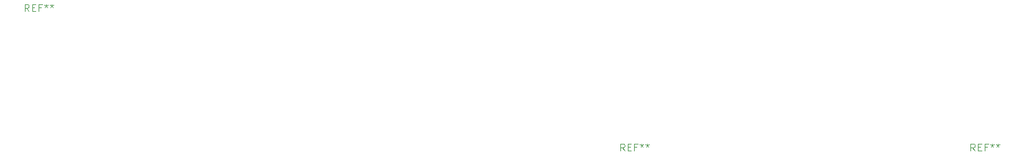
<source format=gto>
G04 #@! TF.GenerationSoftware,KiCad,Pcbnew,7.0.7-7.0.7~ubuntu23.04.1*
G04 #@! TF.CreationDate,2023-09-11T02:28:10+00:00*
G04 #@! TF.ProjectId,plate,706c6174-652e-46b6-9963-61645f706362,rev?*
G04 #@! TF.SameCoordinates,Original*
G04 #@! TF.FileFunction,Legend,Top*
G04 #@! TF.FilePolarity,Positive*
%FSLAX46Y46*%
G04 Gerber Fmt 4.6, Leading zero omitted, Abs format (unit mm)*
G04 Created by KiCad (PCBNEW 7.0.7-7.0.7~ubuntu23.04.1) date 2023-09-11 02:28:10*
%MOMM*%
%LPD*%
G01*
G04 APERTURE LIST*
%ADD10C,0.100000*%
%ADD11C,2.200000*%
G04 APERTURE END LIST*
D10*
X39461406Y-101180069D02*
X39128073Y-100703878D01*
X38889978Y-101180069D02*
X38889978Y-100180069D01*
X38889978Y-100180069D02*
X39270930Y-100180069D01*
X39270930Y-100180069D02*
X39366168Y-100227688D01*
X39366168Y-100227688D02*
X39413787Y-100275307D01*
X39413787Y-100275307D02*
X39461406Y-100370545D01*
X39461406Y-100370545D02*
X39461406Y-100513402D01*
X39461406Y-100513402D02*
X39413787Y-100608640D01*
X39413787Y-100608640D02*
X39366168Y-100656259D01*
X39366168Y-100656259D02*
X39270930Y-100703878D01*
X39270930Y-100703878D02*
X38889978Y-100703878D01*
X39889978Y-100656259D02*
X40223311Y-100656259D01*
X40366168Y-101180069D02*
X39889978Y-101180069D01*
X39889978Y-101180069D02*
X39889978Y-100180069D01*
X39889978Y-100180069D02*
X40366168Y-100180069D01*
X41128073Y-100656259D02*
X40794740Y-100656259D01*
X40794740Y-101180069D02*
X40794740Y-100180069D01*
X40794740Y-100180069D02*
X41270930Y-100180069D01*
X41794740Y-100180069D02*
X41794740Y-100418164D01*
X41556645Y-100322926D02*
X41794740Y-100418164D01*
X41794740Y-100418164D02*
X42032835Y-100322926D01*
X41651883Y-100608640D02*
X41794740Y-100418164D01*
X41794740Y-100418164D02*
X41937597Y-100608640D01*
X42556645Y-100180069D02*
X42556645Y-100418164D01*
X42318550Y-100322926D02*
X42556645Y-100418164D01*
X42556645Y-100418164D02*
X42794740Y-100322926D01*
X42413788Y-100608640D02*
X42556645Y-100418164D01*
X42556645Y-100418164D02*
X42699502Y-100608640D01*
X168047406Y-120229999D02*
X167714073Y-119753808D01*
X167475978Y-120229999D02*
X167475978Y-119229999D01*
X167475978Y-119229999D02*
X167856930Y-119229999D01*
X167856930Y-119229999D02*
X167952168Y-119277618D01*
X167952168Y-119277618D02*
X167999787Y-119325237D01*
X167999787Y-119325237D02*
X168047406Y-119420475D01*
X168047406Y-119420475D02*
X168047406Y-119563332D01*
X168047406Y-119563332D02*
X167999787Y-119658570D01*
X167999787Y-119658570D02*
X167952168Y-119706189D01*
X167952168Y-119706189D02*
X167856930Y-119753808D01*
X167856930Y-119753808D02*
X167475978Y-119753808D01*
X168475978Y-119706189D02*
X168809311Y-119706189D01*
X168952168Y-120229999D02*
X168475978Y-120229999D01*
X168475978Y-120229999D02*
X168475978Y-119229999D01*
X168475978Y-119229999D02*
X168952168Y-119229999D01*
X169714073Y-119706189D02*
X169380740Y-119706189D01*
X169380740Y-120229999D02*
X169380740Y-119229999D01*
X169380740Y-119229999D02*
X169856930Y-119229999D01*
X170380740Y-119229999D02*
X170380740Y-119468094D01*
X170142645Y-119372856D02*
X170380740Y-119468094D01*
X170380740Y-119468094D02*
X170618835Y-119372856D01*
X170237883Y-119658570D02*
X170380740Y-119468094D01*
X170380740Y-119468094D02*
X170523597Y-119658570D01*
X171142645Y-119229999D02*
X171142645Y-119468094D01*
X170904550Y-119372856D02*
X171142645Y-119468094D01*
X171142645Y-119468094D02*
X171380740Y-119372856D01*
X170999788Y-119658570D02*
X171142645Y-119468094D01*
X171142645Y-119468094D02*
X171285502Y-119658570D01*
X120422506Y-120230069D02*
X120089173Y-119753878D01*
X119851078Y-120230069D02*
X119851078Y-119230069D01*
X119851078Y-119230069D02*
X120232030Y-119230069D01*
X120232030Y-119230069D02*
X120327268Y-119277688D01*
X120327268Y-119277688D02*
X120374887Y-119325307D01*
X120374887Y-119325307D02*
X120422506Y-119420545D01*
X120422506Y-119420545D02*
X120422506Y-119563402D01*
X120422506Y-119563402D02*
X120374887Y-119658640D01*
X120374887Y-119658640D02*
X120327268Y-119706259D01*
X120327268Y-119706259D02*
X120232030Y-119753878D01*
X120232030Y-119753878D02*
X119851078Y-119753878D01*
X120851078Y-119706259D02*
X121184411Y-119706259D01*
X121327268Y-120230069D02*
X120851078Y-120230069D01*
X120851078Y-120230069D02*
X120851078Y-119230069D01*
X120851078Y-119230069D02*
X121327268Y-119230069D01*
X122089173Y-119706259D02*
X121755840Y-119706259D01*
X121755840Y-120230069D02*
X121755840Y-119230069D01*
X121755840Y-119230069D02*
X122232030Y-119230069D01*
X122755840Y-119230069D02*
X122755840Y-119468164D01*
X122517745Y-119372926D02*
X122755840Y-119468164D01*
X122755840Y-119468164D02*
X122993935Y-119372926D01*
X122612983Y-119658640D02*
X122755840Y-119468164D01*
X122755840Y-119468164D02*
X122898697Y-119658640D01*
X123517745Y-119230069D02*
X123517745Y-119468164D01*
X123279650Y-119372926D02*
X123517745Y-119468164D01*
X123517745Y-119468164D02*
X123755840Y-119372926D01*
X123374888Y-119658640D02*
X123517745Y-119468164D01*
X123517745Y-119468164D02*
X123660602Y-119658640D01*
%LPC*%
D11*
X21745000Y-120272500D03*
X269395000Y-82172500D03*
X162238750Y-63122500D03*
X187430500Y-120272500D03*
X90801250Y-82172500D03*
X157476250Y-101222500D03*
X224151250Y-82172500D03*
X226531704Y-120272500D03*
X200338750Y-63122500D03*
X233676250Y-101222500D03*
X186051250Y-82172500D03*
X145758625Y-120272149D03*
X21670000Y-101222500D03*
X274157500Y-120272500D03*
X48745000Y-82172500D03*
X251535625Y-120272500D03*
X45557500Y-63122500D03*
X86038750Y-63122500D03*
X62226250Y-101222500D03*
X24126250Y-63122500D03*
X69370000Y-120272500D03*
X44366875Y-120272500D03*
X238438750Y-63122500D03*
X147976250Y-82172500D03*
X119376250Y-101222500D03*
X124138750Y-63122500D03*
X274157500Y-101222500D03*
%LPD*%
M02*

</source>
